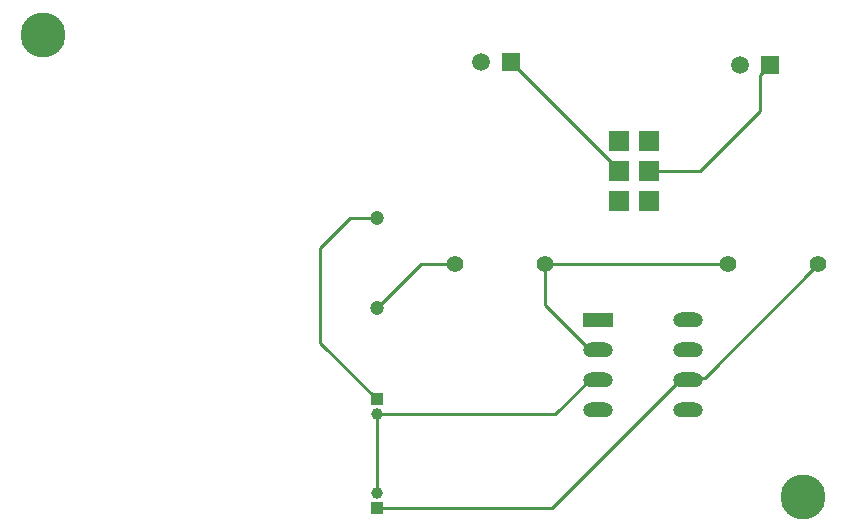
<source format=gtl>
G04*
G04 #@! TF.GenerationSoftware,Altium Limited,Altium Designer,22.1.2 (22)*
G04*
G04 Layer_Physical_Order=1*
G04 Layer_Color=255*
%FSLAX24Y24*%
%MOIN*%
G70*
G04*
G04 #@! TF.SameCoordinates,7A650634-9A44-4CAA-BA79-F25DBBA71C61*
G04*
G04*
G04 #@! TF.FilePolarity,Positive*
G04*
G01*
G75*
%ADD10C,0.0100*%
%ADD24C,0.1500*%
%ADD25R,0.0700X0.0700*%
%ADD26R,0.0394X0.0394*%
%ADD27C,0.0394*%
%ADD28C,0.0591*%
%ADD29R,0.0591X0.0591*%
%ADD30C,0.0551*%
%ADD31R,0.1000X0.0500*%
%ADD32O,0.1000X0.0500*%
%ADD33C,0.0472*%
D10*
X23750Y13550D02*
X25750Y15550D01*
X22050Y13550D02*
X23750D01*
X25750Y15550D02*
Y16750D01*
X26100Y17100D01*
X12992Y2836D02*
Y5435D01*
Y2836D02*
X13000Y2828D01*
X12983Y5444D02*
X12992Y5435D01*
X18828Y2328D02*
X23100Y6600D01*
X13000Y2328D02*
X18828D01*
X23100Y6600D02*
X23350D01*
X23427Y6677D01*
X23927D02*
X27700Y10450D01*
X23427Y6677D02*
X23927D01*
X18600Y9100D02*
X20100Y7600D01*
X20350D01*
X18600Y9100D02*
Y10450D01*
X24700D01*
X14450D02*
X15600D01*
X13000Y9000D02*
X14450Y10450D01*
X18944Y5444D02*
X20100Y6600D01*
X12983Y5444D02*
X18944D01*
X20100Y6600D02*
X20350D01*
X11100Y7827D02*
Y11000D01*
Y7827D02*
X12983Y5944D01*
X11100Y11000D02*
X12100Y12000D01*
X13000D01*
X17450Y17200D02*
X21050Y13600D01*
Y13550D02*
Y13600D01*
D24*
X27200Y2700D02*
D03*
X1850Y18100D02*
D03*
D25*
X21050Y14550D02*
D03*
Y13550D02*
D03*
Y12550D02*
D03*
X22050Y14550D02*
D03*
Y13550D02*
D03*
Y12550D02*
D03*
D26*
X13000Y2328D02*
D03*
X12983Y5944D02*
D03*
D27*
X13000Y2828D02*
D03*
X12983Y5444D02*
D03*
D28*
X25100Y17100D02*
D03*
X16450Y17200D02*
D03*
D29*
X26100Y17100D02*
D03*
X17450Y17200D02*
D03*
D30*
X27700Y10450D02*
D03*
X24700D02*
D03*
X18600D02*
D03*
X15600D02*
D03*
D31*
X20350Y8600D02*
D03*
D32*
Y7600D02*
D03*
Y6600D02*
D03*
Y5600D02*
D03*
X23350Y8600D02*
D03*
Y7600D02*
D03*
Y6600D02*
D03*
Y5600D02*
D03*
D33*
X13000Y9000D02*
D03*
Y12000D02*
D03*
M02*

</source>
